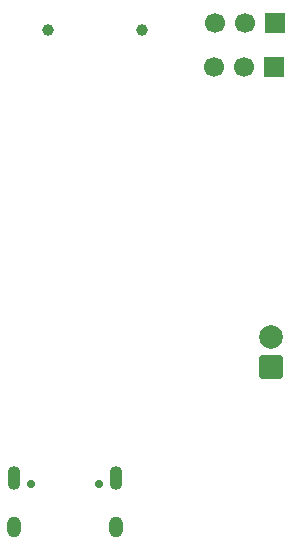
<source format=gbr>
%TF.GenerationSoftware,KiCad,Pcbnew,9.0.6*%
%TF.CreationDate,2025-12-31T22:25:04-08:00*%
%TF.ProjectId,SimpleFlightController,53696d70-6c65-4466-9c69-676874436f6e,rev?*%
%TF.SameCoordinates,Original*%
%TF.FileFunction,Soldermask,Bot*%
%TF.FilePolarity,Negative*%
%FSLAX46Y46*%
G04 Gerber Fmt 4.6, Leading zero omitted, Abs format (unit mm)*
G04 Created by KiCad (PCBNEW 9.0.6) date 2025-12-31 22:25:04*
%MOMM*%
%LPD*%
G01*
G04 APERTURE LIST*
G04 Aperture macros list*
%AMRoundRect*
0 Rectangle with rounded corners*
0 $1 Rounding radius*
0 $2 $3 $4 $5 $6 $7 $8 $9 X,Y pos of 4 corners*
0 Add a 4 corners polygon primitive as box body*
4,1,4,$2,$3,$4,$5,$6,$7,$8,$9,$2,$3,0*
0 Add four circle primitives for the rounded corners*
1,1,$1+$1,$2,$3*
1,1,$1+$1,$4,$5*
1,1,$1+$1,$6,$7*
1,1,$1+$1,$8,$9*
0 Add four rect primitives between the rounded corners*
20,1,$1+$1,$2,$3,$4,$5,0*
20,1,$1+$1,$4,$5,$6,$7,0*
20,1,$1+$1,$6,$7,$8,$9,0*
20,1,$1+$1,$8,$9,$2,$3,0*%
G04 Aperture macros list end*
%ADD10RoundRect,0.250000X0.750000X-0.750000X0.750000X0.750000X-0.750000X0.750000X-0.750000X-0.750000X0*%
%ADD11C,2.000000*%
%ADD12C,0.700000*%
%ADD13O,1.100000X2.000000*%
%ADD14O,1.200000X1.800000*%
%ADD15R,1.700000X1.700000*%
%ADD16C,1.700000*%
%ADD17C,1.000000*%
G04 APERTURE END LIST*
D10*
%TO.C,J1*%
X178850000Y-119190000D03*
D11*
X178850000Y-116650000D03*
%TD*%
D12*
%TO.C,USB1*%
X158563434Y-129096569D03*
X164343434Y-129096569D03*
D13*
X157133434Y-128566569D03*
D14*
X157133434Y-132776569D03*
D13*
X165773434Y-128566569D03*
D14*
X165773434Y-132776569D03*
%TD*%
D15*
%TO.C,J3*%
X179175000Y-93775000D03*
D16*
X176635000Y-93775000D03*
X174095000Y-93775000D03*
%TD*%
D17*
%TO.C,Card1*%
X167990000Y-90700000D03*
X159990000Y-90700000D03*
%TD*%
D15*
%TO.C,J2*%
X179190000Y-90100000D03*
D16*
X176650000Y-90100000D03*
X174110000Y-90100000D03*
%TD*%
M02*

</source>
